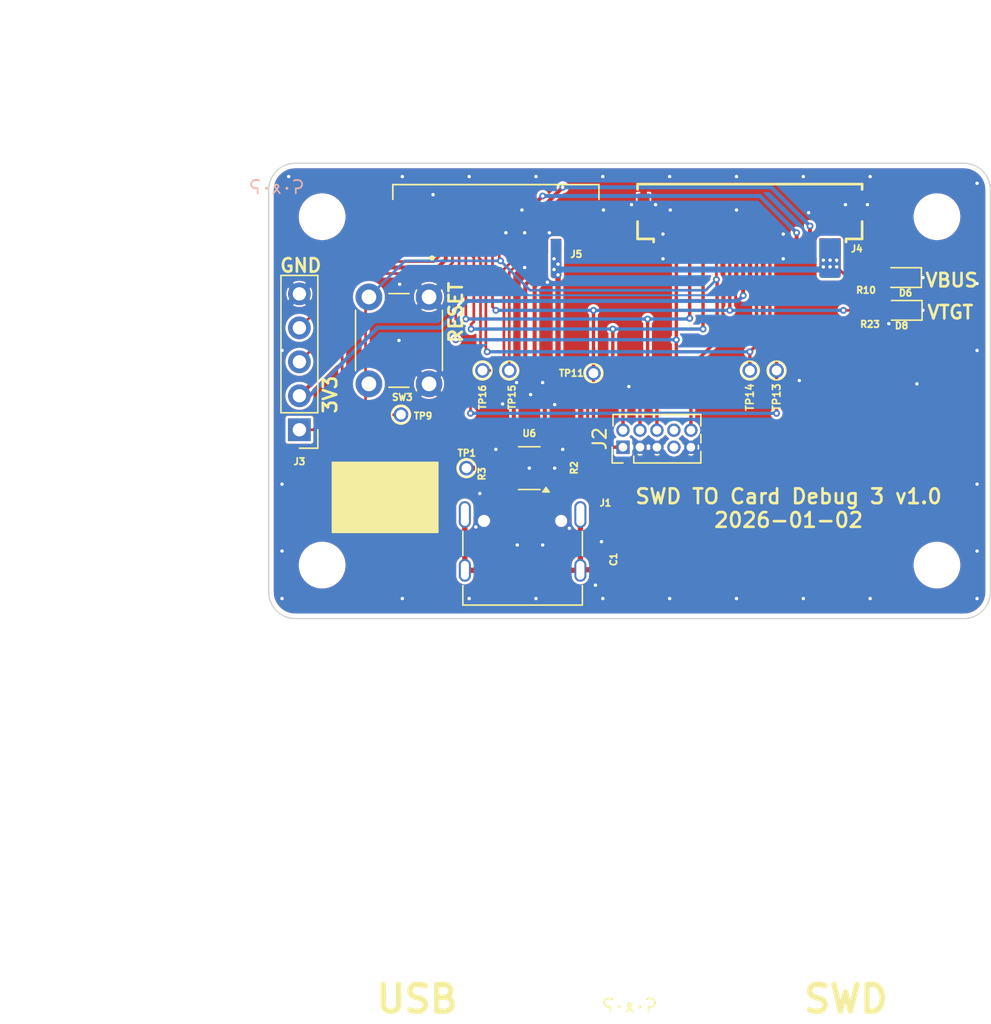
<source format=kicad_pcb>
(kicad_pcb (version 20241229) (generator "pcbnew") (generator_version "9.0")
  (title_block (title "Card Debug Board") (date "2026-01-02") (rev "1.0") (company "Portland State Aerosapce Society"))
  (layers (0 "F.Cu" signal) (2 "B.Cu" signal) (13 "F.Paste" user) (15 "B.Paste" user) (5 "F.SilkS" user "F.Silkscreen") (7 "B.SilkS" user "B.Silkscreen") (1 "F.Mask" user) (3 "B.Mask" user) (25 "Edge.Cuts" user))
  (net 0 "")
  (net 1 "GND")
  (net 2 "Net-(J2-SWO{slash}TDO)")
  (net 4 "/DEBUG0{slash}5VUSBHOST")
  (net 6 "/DBG1{slash}SM3V3")
  (net 7 "Net-(D6-A)")
  (net 8 "/VTARGET")
  (net 9 "/CARD_TX")
  (net 10 "/CARD_USB_DM")
  (net 11 "/CARD_USB_DP")
  (net 12 "/NRESET")
  (net 13 "/SWDCLK")
  (net 14 "/CARD_RX")
  (net 15 "/SWDIO")
  (net 16 "VBUS1")
  (net 17 "/DEBUG2")
  (net 18 "/DEBUG3")
  (net 19 "Net-(J1-SHIELD)")
  (net 20 "Net-(J1-CC2)")
  (net 23 "Net-(J1-CC1)")
  (net 24 "Net-(J5-HOST-D+)")
  (net 25 "Net-(J5-HOST-D-)")
  (net 26 "Net-(J1-D--PadA7)")
  (net 27 "Net-(J1-D+-PadA6)")
  (net 28 "Net-(D8-A)")
  (footprint "Button_Switch_THT:SW_PUSH_6mm" (layer "F.Cu") (at 158 56 -90)
    (property "Reference" "SW3" (at 7.5 2 180) (layer "F.SilkS") (effects (font (size 0.5 0.5) (thickness 0.125))))
    (property "Value" "B3F-1000")
    (fp_line (start 1 5.5) (end 5.5 5.5) (stroke (width 0.12)) (layer "F.SilkS"))
    (fp_line (start 6.75 3) (end 6.75 1.5) (stroke (width 0.12)) (layer "F.SilkS"))
    (fp_line (start -0.25 1.5) (end -0.25 3) (stroke (width 0.12)) (layer "F.SilkS"))
    (fp_line (start 5.5 -1) (end 1 -1) (stroke (width 0.12)) (layer "F.SilkS"))
    (pad "1" thru_hole circle (at 0 0) (size 2 2) (drill 1.1) (layers "*.Cu" "*.Mask") (net 1 "GND"))
    (pad "1" thru_hole circle (at 6.5 0) (size 2 2) (drill 1.1) (layers "*.Cu" "*.Mask") (net 1 "GND"))
    (pad "2" thru_hole circle (at 0 4.5) (size 2 2) (drill 1.1) (layers "*.Cu" "*.Mask") (net 12 "/NRESET"))
    (pad "2" thru_hole circle (at 6.5 4.5) (size 2 2) (drill 1.1) (layers "*.Cu" "*.Mask") (net 12 "/NRESET"))
  )
  (footprint "oresat-misc:TestPoint-MinTH" (layer "F.Cu") (at 182 61.5)
    (property "Reference" "TP14" (at 0 2 90) (layer "F.SilkS") (effects (font (size 0.56 0.56) (thickness 0.125))))
    (property "Value" "TestPoint-MinTH" (hide yes))
    (fp_circle (center 0 0) (end 0.7 0) (stroke (width 0.12)) (fill no) (layer "F.SilkS"))
    (pad "1" thru_hole circle (at 0 0) (size 1.1 1.1) (drill 0.7366) (property pad_prop_testpoint) (layers "*.Cu" "*.Mask") (net 14 "/CARD_RX"))
  )
  (footprint "oresat-misc:TestPoint-MinTH" (layer "F.Cu") (at 155.9 64.8 -90)
    (property "Reference" "TP9" (at 0.1 -1.65 0) (layer "F.SilkS") (effects (font (size 0.5 0.5) (thickness 0.5))))
    (property "Value" "TestPoint-MinTH" (hide yes))
    (fp_circle (center 0 0) (end 0.7 0) (stroke (width 0.12)) (fill no) (layer "F.SilkS"))
    (pad "1" thru_hole circle (at 0 0 270) (size 1.1 1.1) (drill 0.7366) (property pad_prop_testpoint) (layers "*.Cu" "*.Mask") (net 12 "/NRESET"))
  )
  (footprint "oresat-connectors:J-JST-SM14BSHLSTF" (layer "F.Cu") (at 182 49.9 180)
    (property "Reference" "J4" (at -8 -2.5 0) (layer "F.SilkS") (effects (font (size 0.5 0.5) (thickness 0.125) (bold yes))))
    (property "Value" "5040501291" (hide yes))
    (fp_line (start 8.4 2.337) (end 8.4 1.937) (stroke (width 0.2)) (layer "F.SilkS"))
    (fp_line (start 8.4 -0.463) (end 8.4 -1.762) (stroke (width 0.2)) (layer "F.SilkS"))
    (fp_line (start 8.4 -1.762) (end 7.2 -1.762) (stroke (width 0.2)) (layer "F.SilkS"))
    (fp_line (start 7.2 -1.762) (end 7.2 -1.994) (stroke (width 0.2)) (layer "F.SilkS"))
    (fp_line (start -6.5 -3.35) (end -6.5 -3.35) (stroke (width 0.1)) (layer "F.SilkS"))
    (fp_line (start -6.5 -3.45) (end -6.5 -3.45) (stroke (width 0.1)) (layer "F.SilkS"))
    (fp_line (start -7.2 -1.762) (end -7.2 -1.994) (stroke (width 0.2)) (layer "F.SilkS"))
    (fp_line (start -8.4 2.337) (end 8.4 2.337) (stroke (width 0.2)) (layer "F.SilkS"))
    (fp_line (start -8.4 1.937) (end -8.4 2.337) (stroke (width 0.2)) (layer "F.SilkS"))
    (fp_line (start -8.4 -0.463) (end -8.4 -1.762) (stroke (width 0.2)) (layer "F.SilkS"))
    (fp_line (start -8.4 -1.762) (end -7.2 -1.762) (stroke (width 0.2)) (layer "F.SilkS"))
    (fp_arc (start -6.5 -3.35) (mid -6.55 -3.4) (end -6.5 -3.45) (stroke (width 0.1)) (layer "F.SilkS"))
    (fp_arc (start -6.5 -3.45) (mid -6.45 -3.4) (end -6.5 -3.35) (stroke (width 0.1)) (layer "F.SilkS"))
    (pad "1" smd rect (at -6.5 -2.337 180) (size 0.6 1.25) (layers "F.Cu" "F.Mask" "F.Paste") (net 16 "VBUS1"))
    (pad "2" smd rect (at -5.5 -2.337 180) (size 0.6 1.25) (layers "F.Cu" "F.Mask" "F.Paste") (net 16 "VBUS1"))
    (pad "3" smd rect (at -4.5 -2.337 180) (size 0.6 1.25) (layers "F.Cu" "F.Mask" "F.Paste") (net 11 "/CARD_USB_DP"))
    (pad "4" smd rect (at -3.5 -2.337 180) (size 0.6 1.25) (layers "F.Cu" "F.Mask" "F.Paste") (net 10 "/CARD_USB_DM"))
    (pad "5" smd rect (at -2.5 -2.337 180) (size 0.6 1.25) (layers "F.Cu" "F.Mask" "F.Paste") (net 1 "GND"))
    (pad "6" smd rect (at -1.5 -2.337 180) (size 0.6 1.25) (layers "F.Cu" "F.Mask" "F.Paste") (net 9 "/CARD_TX"))
    (pad "7" smd rect (at -0.5 -2.337 180) (size 0.6 1.25) (layers "F.Cu" "F.Mask" "F.Paste") (net 14 "/CARD_RX"))
    (pad "8" smd rect (at 0.5 -2.337 180) (size 0.6 1.25) (layers "F.Cu" "F.Mask" "F.Paste") (net 6 "/DBG1{slash}SM3V3"))
    (pad "9" smd rect (at 1.5 -2.337 180) (size 0.6 1.25) (layers "F.Cu" "F.Mask" "F.Paste") (net 8 "/VTARGET"))
    (pad "10" smd rect (at 2.5 -2.337 180) (size 0.6 1.25) (layers "F.Cu" "F.Mask" "F.Paste") (net 12 "/NRESET"))
    (pad "11" smd rect (at 3.5 -2.337 180) (size 0.6 1.25) (layers "F.Cu" "F.Mask" "F.Paste") (net 15 "/SWDIO"))
    (pad "12" smd rect (at 4.5 -2.337 180) (size 0.6 1.25) (layers "F.Cu" "F.Mask" "F.Paste") (net 13 "/SWDCLK"))
    (pad "13" smd rect (at 5.5 -2.337 180) (size 0.6 1.25) (layers "F.Cu" "F.Mask" "F.Paste") (net 2 "Net-(J2-SWO{slash}TDO)"))
    (pad "14" smd rect (at 6.5 -2.337 180) (size 0.6 1.25) (layers "F.Cu" "F.Mask" "F.Paste") (net 1 "GND"))
    (pad "15" smd rect (at -7.95 0.787 180) (size 0.9 1.7) (layers "F.Cu" "F.Mask" "F.Paste") (net 1 "GND"))
    (pad "16" smd rect (at 7.95 0.787 180) (size 0.9 1.7) (layers "F.Cu" "F.Mask" "F.Paste") (net 1 "GND"))
  )
  (footprint "MountingHole:MountingHole_3.2mm_M3" (layer "F.Cu") (at 150 50)
    (property "Reference" "H1" (hide yes))
    (property "Value" "MountingHole" (hide yes))
    (pad "" np_thru_hole circle (at 0 0) (size 3.2 3.2) (drill 3.2) (layers "*.Cu" "*.Mask"))
  )
  (footprint "LED_SMD:LED_0603_1608Metric" (layer "F.Cu") (at 193.4 57 180)
    (property "Reference" "D8" (at 0.05 -1.15 0) (layer "F.SilkS") (effects (font (size 0.5 0.5) (thickness 0.125) (bold yes))))
    (property "Value" "GRN")
    (fp_line (start 0.8 -0.735) (end -1.485 -0.735) (stroke (width 0.12)) (layer "F.SilkS"))
    (fp_line (start -1.485 0.735) (end 0.8 0.735) (stroke (width 0.12)) (layer "F.SilkS"))
    (fp_line (start -1.485 -0.735) (end -1.485 0.735) (stroke (width 0.12)) (layer "F.SilkS"))
    (pad "1" smd roundrect (at -0.7875 0 180) (size 0.875 0.95) (layers "F.Cu" "F.Mask" "F.Paste") (net 1 "GND"))
    (pad "2" smd roundrect (at 0.7875 0 180) (size 0.875 0.95) (layers "F.Cu" "F.Mask" "F.Paste") (net 28 "Net-(D8-A)"))
  )
  (footprint "LED_SMD:LED_0603_1608Metric" (layer "F.Cu") (at 193.35 54.55 180)
    (property "Reference" "D6" (at -0.3 -1.15 0) (layer "F.SilkS") (effects (font (size 0.5 0.5) (thickness 0.125) (bold yes))))
    (property "Value" "GRN")
    (fp_line (start 0.8 -0.735) (end -1.485 -0.735) (stroke (width 0.12)) (layer "F.SilkS"))
    (fp_line (start -1.485 0.735) (end 0.8 0.735) (stroke (width 0.12)) (layer "F.SilkS"))
    (fp_line (start -1.485 -0.735) (end -1.485 0.735) (stroke (width 0.12)) (layer "F.SilkS"))
    (pad "1" smd roundrect (at -0.7875 0 180) (size 0.875 0.95) (layers "F.Cu" "F.Mask" "F.Paste") (net 1 "GND"))
    (pad "2" smd roundrect (at 0.7875 0 180) (size 0.875 0.95) (layers "F.Cu" "F.Mask" "F.Paste") (net 7 "Net-(D6-A)"))
  )
  (footprint "MountingHole:MountingHole_3.2mm_M3" (layer "F.Cu") (at 196 50)
    (property "Reference" "H2" (hide yes))
    (property "Value" "MountingHole" (hide yes))
    (pad "" np_thru_hole circle (at 0 0) (size 3.2 3.2) (drill 3.2) (layers "*.Cu" "*.Mask"))
  )
  (footprint "oresat-misc:TestPoint-MinTH" (layer "F.Cu") (at 170.3 61.7 -90)
    (property "Reference" "TP11" (at 0 1.65 0) (layer "F.SilkS") (effects (font (size 0.5 0.5) (thickness 0.5))))
    (property "Value" "TestPoint-MinTH" (hide yes))
    (fp_circle (center 0 0) (end 0.7 0) (stroke (width 0.12)) (fill no) (layer "F.SilkS"))
    (pad "1" thru_hole circle (at 0 0 270) (size 1.1 1.1) (drill 0.7366) (property pad_prop_testpoint) (layers "*.Cu" "*.Mask") (net 8 "/VTARGET"))
  )
  (footprint "oresat-passives:0603-C-NOSILK" (layer "F.Cu") (at 168 68.8 90)
    (property "Reference" "R2" (at -0.55 1.15 90) (layer "F.SilkS") (effects (font (size 0.5 0.5) (thickness 0.125)) (justify left bottom)))
    (property "Value" "5.1k")
    (pad "1" smd roundrect (at -0.7 0 90) (size 0.6 0.9) (layers "F.Cu" "F.Paste") (net 20 "Net-(J1-CC2)"))
    (pad "2" smd roundrect (at 0.7 0 90) (size 0.6 0.9) (layers "F.Cu" "F.Paste") (net 1 "GND"))
  )
  (footprint "oresat-passives:0603-C-NOSILK" (layer "F.Cu") (at 170.9 75.7 90)
    (property "Reference" "C1" (at -0.5 1.2 90) (layer "F.SilkS") (effects (font (size 0.5 0.5) (thickness 0.125)) (justify left bottom)))
    (property "Value" "100n")
    (pad "1" smd roundrect (at -0.7 0 90) (size 0.6 0.9) (layers "F.Cu" "F.Paste") (net 19 "Net-(J1-SHIELD)"))
    (pad "2" smd roundrect (at 0.7 0 90) (size 0.6 0.9) (layers "F.Cu" "F.Paste") (net 1 "GND"))
  )
  (footprint "oresat-passives:0603-C-NOSILK" (layer "F.Cu") (at 163 68.8 90)
    (property "Reference" "R3" (at -1 -0.75 90) (layer "F.SilkS") (effects (font (size 0.5 0.5) (thickness 0.125)) (justify left bottom)))
    (property "Value" "5.1k")
    (pad "1" smd roundrect (at -0.7 0 90) (size 0.6 0.9) (layers "F.Cu" "F.Paste") (net 23 "Net-(J1-CC1)"))
    (pad "2" smd roundrect (at 0.7 0 90) (size 0.6 0.9) (layers "F.Cu" "F.Paste") (net 1 "GND"))
  )
  (footprint "oresat-misc:TestPoint-MinTH" (layer "F.Cu") (at 162 61.5 90)
    (property "Reference" "TP16" (at -2 0 90) (layer "F.SilkS") (effects (font (size 0.5 0.5) (thickness 0.125))))
    (property "Value" "TestPoint-MinTH" (hide yes))
    (fp_circle (center 0 0) (end 0.7 0) (stroke (width 0.12)) (fill no) (layer "F.SilkS"))
    (pad "1" thru_hole circle (at 0 0 90) (size 1.1 1.1) (drill 0.7366) (property pad_prop_testpoint) (layers "*.Cu" "*.Mask") (net 25 "Net-(J5-HOST-D-)"))
  )
  (footprint "MountingHole:MountingHole_3.2mm_M3" (layer "F.Cu") (at 196 76.05)
    (property "Reference" "H4" (hide yes))
    (property "Value" "MountingHole" (hide yes))
    (pad "" np_thru_hole circle (at 0 0) (size 3.2 3.2) (drill 3.2) (layers "*.Cu" "*.Mask"))
  )
  (footprint "oresat-passives:0603-C-NOSILK" (layer "F.Cu") (at 190.8 57 180)
    (property "Reference" "R23" (at -1 -0.75 0) (layer "F.SilkS") (effects (font (size 0.5 0.5) (thickness 0.125)) (justify right top)))
    (property "Value" "5.1k")
    (pad "1" smd roundrect (at -0.7 0 180) (size 0.6 0.9) (layers "F.Cu" "F.Paste") (net 28 "Net-(D8-A)"))
    (pad "2" smd roundrect (at 0.7 0 180) (size 0.6 0.9) (layers "F.Cu" "F.Paste") (net 8 "/VTARGET"))
  )
  (footprint "Connector_USB:USB_C_Receptacle_Palconn_UTC16-G" (layer "F.Cu") (at 165 74.2)
    (property "Reference" "J1" (at 6.2 -2.8 0) (layer "F.SilkS") (effects (font (size 0.5 0.5) (thickness 0.125))))
    (property "Value" "USB4105-GF-A" (hide yes))
    (fp_line (start -4.47 -0.67) (end -4.47 1.13) (stroke (width 0.12)) (layer "F.SilkS"))
    (fp_line (start -4.47 4.84) (end -4.47 3.38) (stroke (width 0.12)) (layer "F.SilkS"))
    (fp_line (start 4.47 -0.67) (end 4.47 1.13) (stroke (width 0.12)) (layer "F.SilkS"))
    (fp_line (start 4.47 4.84) (end -4.47 4.84) (stroke (width 0.12)) (layer "F.SilkS"))
    (fp_line (start 4.47 4.84) (end 4.47 3.38) (stroke (width 0.12)) (layer "F.SilkS"))
    (pad "" np_thru_hole circle (at -2.89 -1.45 180) (size 0.6 0.6) (drill 0.6) (layers "*.Cu" "*.Mask"))
    (pad "" np_thru_hole circle (at 2.89 -1.45 180) (size 0.6 0.6) (drill 0.6) (layers "*.Cu" "*.Mask"))
    (pad "A1" smd rect (at -3.2 -2.51) (size 0.6 1.16) (layers "F.Cu" "F.Mask" "F.Paste") (net 1 "GND"))
    (pad "A4" smd rect (at -2.4 -2.51) (size 0.6 1.16) (layers "F.Cu" "F.Mask" "F.Paste") (net 16 "VBUS1"))
    (pad "A5" smd rect (at -1.25 -2.51 180) (size 0.3 1.16) (layers "F.Cu" "F.Mask" "F.Paste") (net 23 "Net-(J1-CC1)"))
    (pad "A6" smd rect (at -0.25 -2.51 180) (size 0.3 1.16) (layers "F.Cu" "F.Mask" "F.Paste") (net 27 "Net-(J1-D+-PadA6)"))
    (pad "A7" smd rect (at 0.25 -2.51 180) (size 0.3 1.16) (layers "F.Cu" "F.Mask" "F.Paste") (net 26 "Net-(J1-D--PadA7)"))
    (pad "A8" smd rect (at 1.25 -2.51 180) (size 0.3 1.16) (layers "F.Cu" "F.Mask" "F.Paste"))
    (pad "A9" smd rect (at 2.4 -2.51) (size 0.6 1.16) (layers "F.Cu" "F.Mask" "F.Paste") (net 16 "VBUS1"))
    (pad "A12" smd rect (at 3.2 -2.51) (size 0.6 1.16) (layers "F.Cu" "F.Mask" "F.Paste") (net 1 "GND"))
    (pad "B1" smd rect (at 3.2 -2.51) (size 0.6 1.16) (layers "F.Cu" "F.Mask" "F.Paste") (net 1 "GND"))
    (pad "B4" smd rect (at 2.4 -2.51) (size 0.6 1.16) (layers "F.Cu" "F.Mask" "F.Paste") (net 16 "VBUS1"))
    (pad "B5" smd rect (at 1.75 -2.51 180) (size 0.3 1.16) (layers "F.Cu" "F.Mask" "F.Paste") (net 20 "Net-(J1-CC2)"))
    (pad "B6" smd rect (at 0.75 -2.51 180) (size 0.3 1.16) (layers "F.Cu" "F.Mask" "F.Paste") (net 27 "Net-(J1-D+-PadA6)"))
    (pad "B7" smd rect (at -0.75 -2.51 180) (size 0.3 1.16) (layers "F.Cu" "F.Mask" "F.Paste") (net 26 "Net-(J1-D--PadA7)"))
    (pad "B8" smd rect (at -1.75 -2.51 180) (size 0.3 1.16) (layers "F.Cu" "F.Mask" "F.Paste"))
    (pad "B9" smd rect (at -2.4 -2.51) (size 0.6 1.16) (layers "F.Cu" "F.Mask" "F.Paste") (net 16 "VBUS1"))
    (pad "B12" smd rect (at -3.2 -2.51) (size 0.6 1.16) (layers "F.Cu" "F.Mask" "F.Paste") (net 1 "GND"))
    (pad "S1" thru_hole oval (at -4.32 -1.93 90) (size 2 0.9) (drill oval 1.7 0.6) (property pad_prop_heatsink) (layers "*.Cu" "*.Mask") (net 19 "Net-(J1-SHIELD)"))
    (pad "S1" thru_hole oval (at -4.32 2.24 90) (size 1.7 0.9) (drill oval 1.4 0.6) (property pad_prop_heatsink) (layers "*.Cu" "*.Mask") (net 19 "Net-(J1-SHIELD)"))
    (pad "S1" thru_hole oval (at 4.32 -1.93 90) (size 2 0.9) (drill oval 1.7 0.6) (property pad_prop_heatsink) (layers "*.Cu" "*.Mask") (net 19 "Net-(J1-SHIELD)"))
    (pad "S1" thru_hole oval (at 4.32 2.24 90) (size 1.7 0.9) (drill oval 1.4 0.6) (property pad_prop_heatsink) (layers "*.Cu" "*.Mask") (net 19 "Net-(J1-SHIELD)"))
  )
  (footprint "oresat-misc:TestPoint-MinTH" (layer "F.Cu") (at 160.8 68.8)
    (property "Reference" "TP1" (at 0.025 -1.125 0) (layer "F.SilkS") (effects (font (size 0.5 0.5) (thickness 0.5))))
    (property "Value" "TestPoint-MinTH" (hide yes))
    (fp_circle (center 0 0) (end 0.7 0) (stroke (width 0.12)) (fill no) (layer "F.SilkS"))
    (pad "1" thru_hole circle (at 0 0) (size 1.1 1.1) (drill 0.7366) (property pad_prop_testpoint) (layers "*.Cu" "*.Mask") (net 16 "VBUS1"))
  )
  (footprint "oresat-misc:TestPoint-MinTH" (layer "F.Cu") (at 164 61.5)
    (property "Reference" "TP15" (at 0.2 2 90) (layer "F.SilkS") (effects (font (size 0.5 0.5) (thickness 0.125))))
    (property "Value" "TestPoint-MinTH" (hide yes))
    (fp_circle (center 0 0) (end 0.7 0) (stroke (width 0.12)) (fill no) (layer "F.SilkS"))
    (pad "1" thru_hole circle (at 0 0) (size 1.1 1.1) (drill 0.7366) (property pad_prop_testpoint) (layers "*.Cu" "*.Mask") (net 24 "Net-(J5-HOST-D+)"))
  )
  (footprint "oresat-misc:TestPoint-MinTH" (layer "F.Cu") (at 184 61.5)
    (property "Reference" "TP13" (at 0 2 90) (layer "F.SilkS") (effects (font (size 0.56 0.56) (thickness 0.125))))
    (property "Value" "TestPoint-MinTH" (hide yes))
    (fp_circle (center 0 0) (end 0.7 0) (stroke (width 0.12)) (fill no) (layer "F.SilkS"))
    (pad "1" thru_hole circle (at 0 0) (size 1.1 1.1) (drill 0.7366) (property pad_prop_testpoint) (layers "*.Cu" "*.Mask") (net 9 "/CARD_TX"))
  )
  (footprint "oresat-passives:0603-C-NOSILK" (layer "F.Cu") (at 190.75 54.55 180)
    (property "Reference" "R10" (at -0.75 -0.65 0) (layer "F.SilkS") (effects (font (size 0.5 0.5) (thickness 0.125)) (justify right top)))
    (property "Value" "5.1k")
    (pad "1" smd roundrect (at -0.7 0 180) (size 0.6 0.9) (layers "F.Cu" "F.Paste") (net 7 "Net-(D6-A)"))
    (pad "2" smd roundrect (at 0.7 0 180) (size 0.6 0.9) (layers "F.Cu" "F.Paste") (net 16 "VBUS1"))
  )
  (footprint "MountingHole:MountingHole_3.2mm_M3" (layer "F.Cu") (at 150 76.05)
    (property "Reference" "H3" (hide yes))
    (property "Value" "MountingHole" (hide yes))
    (pad "" np_thru_hole circle (at 0 0) (size 3.2 3.2) (drill 3.2) (layers "*.Cu" "*.Mask"))
  )
  (footprint "Connector_PinHeader_2.54mm:PinHeader_1x05_P2.54mm_Vertical" (layer "F.Cu") (at 148.3 65.93 180)
    (property "Reference" "J3" (at 0 -2.38 0) (layer "F.SilkS") (effects (font (size 0.5 0.5) (thickness 0.125))))
    (property "Value" "Conn_01x05")
    (fp_line (start 1.38 1.27) (end 1.38 11.54) (stroke (width 0.12)) (layer "F.SilkS"))
    (fp_line (start -1.38 11.54) (end 1.38 11.54) (stroke (width 0.12)) (layer "F.SilkS"))
    (fp_line (start -1.38 1.27) (end 1.38 1.27) (stroke (width 0.12)) (layer "F.SilkS"))
    (fp_line (start -1.38 1.27) (end -1.38 11.54) (stroke (width 0.12)) (layer "F.SilkS"))
    (fp_line (start -1.38 0) (end -1.38 -1.38) (stroke (width 0.12)) (layer "F.SilkS"))
    (fp_line (start -1.38 -1.38) (end 0 -1.38) (stroke (width 0.12)) (layer "F.SilkS"))
    (pad "1" thru_hole rect (at 0 0 180) (size 1.7 1.7) (drill 1) (layers "*.Cu" "*.Mask") (net 4 "/DEBUG0{slash}5VUSBHOST"))
    (pad "2" thru_hole circle (at 0 2.54 180) (size 1.7 1.7) (drill 1) (layers "*.Cu" "*.Mask") (net 6 "/DBG1{slash}SM3V3"))
    (pad "3" thru_hole circle (at 0 5.08 180) (size 1.7 1.7) (drill 1) (layers "*.Cu" "*.Mask") (net 17 "/DEBUG2"))
    (pad "4" thru_hole circle (at 0 7.62 180) (size 1.7 1.7) (drill 1) (layers "*.Cu" "*.Mask") (net 18 "/DEBUG3"))
    (pad "5" thru_hole circle (at 0 10.16 180) (size 1.7 1.7) (drill 1) (layers "*.Cu" "*.Mask") (net 1 "GND"))
  )
  (footprint "Package_SO:TSOP-6_1.65x3.05mm_P0.95mm" (layer "F.Cu") (at 165.5 68.8 180)
    (property "Reference" "U6" (at 0 2.6 0) (layer "F.SilkS") (effects (font (size 0.5 0.5) (thickness 0.125))))
    (property "Value" "IP4234CZ6,125" (hide yes))
    (fp_line (start -0.8 1.6) (end 0.8 1.6) (stroke (width 0.12)) (layer "F.SilkS"))
    (fp_line (start -0.8 -1.6) (end 0.8 -1.6) (stroke (width 0.12)) (layer "F.SilkS"))
    (fp_poly (pts (xy -1.25 -1.45) (xy -1.49 -1.78) (xy -1.01 -1.78) (xy -1.25 -1.45)) (stroke (width 0.12)) (fill yes) (layer "F.SilkS"))
    (pad "1" smd rect (at -1.16 -0.95 180) (size 0.7 0.51) (layers "F.Cu" "F.Mask" "F.Paste") (net 27 "Net-(J1-D+-PadA6)"))
    (pad "2" smd rect (at -1.16 0 180) (size 0.7 0.51) (layers "F.Cu" "F.Mask" "F.Paste") (net 1 "GND"))
    (pad "3" smd rect (at -1.16 0.95 180) (size 0.7 0.51) (layers "F.Cu" "F.Mask" "F.Paste") (net 11 "/CARD_USB_DP"))
    (pad "4" smd rect (at 1.16 0.95 180) (size 0.7 0.51) (layers "F.Cu" "F.Mask" "F.Paste") (net 10 "/CARD_USB_DM"))
    (pad "5" smd rect (at 1.16 0 180) (size 0.7 0.51) (layers "F.Cu" "F.Mask" "F.Paste") (net 16 "VBUS1"))
    (pad "6" smd rect (at 1.16 -0.95 180) (size 0.7 0.51) (layers "F.Cu" "F.Mask" "F.Paste") (net 26 "Net-(J1-D--PadA7)"))
  )
  (footprint "Connector_PinHeader_1.27mm:PinHeader_2x05_P1.27mm_Vertical" (layer "F.Cu") (at 172.51 67.235 90)
    (property "Reference" "J2" (at 0.635 -1.745 90) (layer "F.SilkS"))
    (property "Value" "Conn_ARM_JTAG_SWD_10")
    (fp_line (start -1.18 -0.81) (end 0 -0.81) (stroke (width 0.12)) (layer "F.SilkS"))
    (fp_line (start 2.45 -0.745) (end 2.45 5.825) (stroke (width 0.12)) (layer "F.SilkS"))
    (fp_line (start 1.587923 -0.745) (end 2.45 -0.745) (stroke (width 0.12)) (layer "F.SilkS"))
    (fp_line (start -1.18 0) (end -1.18 -0.81) (stroke (width 0.12)) (layer "F.SilkS"))
    (fp_line (start -1.18 0.81) (end -0.666708 0.81) (stroke (width 0.12)) (layer "F.SilkS"))
    (fp_line (start -1.18 0.81) (end -1.18 5.825) (stroke (width 0.12)) (layer "F.SilkS"))
    (fp_line (start 1.587923 5.825) (end 2.45 5.825) (stroke (width 0.12)) (layer "F.SilkS"))
    (fp_line (start 0.317923 5.825) (end 0.952077 5.825) (stroke (width 0.12)) (layer "F.SilkS"))
    (fp_line (start -1.18 5.825) (end -0.317923 5.825) (stroke (width 0.12)) (layer "F.SilkS"))
    (pad "1" thru_hole rect (at 0 0 90) (size 1 1) (drill 0.65) (layers "*.Cu" "*.Mask") (net 8 "/VTARGET"))
    (pad "2" thru_hole circle (at 1.27 0 90) (size 1 1) (drill 0.65) (layers "*.Cu" "*.Mask") (net 15 "/SWDIO"))
    (pad "3" thru_hole circle (at 0 1.27 90) (size 1 1) (drill 0.65) (layers "*.Cu" "*.Mask") (net 1 "GND"))
    (pad "4" thru_hole circle (at 1.27 1.27 90) (size 1 1) (drill 0.65) (layers "*.Cu" "*.Mask") (net 13 "/SWDCLK"))
    (pad "5" thru_hole circle (at 0 2.54 90) (size 1 1) (drill 0.65) (layers "*.Cu" "*.Mask") (net 1 "GND"))
    (pad "6" thru_hole circle (at 1.27 2.54 90) (size 1 1) (drill 0.65) (layers "*.Cu" "*.Mask") (net 2 "Net-(J2-SWO{slash}TDO)"))
    (pad "7" thru_hole circle (at 0 3.81 90) (size 1 1) (drill 0.65) (layers "*.Cu" "*.Mask"))
    (pad "8" thru_hole circle (at 1.27 3.81 90) (size 1 1) (drill 0.65) (layers "*.Cu" "*.Mask"))
    (pad "9" thru_hole circle (at 0 5.08 90) (size 1 1) (drill 0.65) (layers "*.Cu" "*.Mask") (net 1 "GND"))
    (pad "10" thru_hole circle (at 1.27 5.08 90) (size 1 1) (drill 0.65) (layers "*.Cu" "*.Mask") (net 12 "/NRESET"))
  )
  (footprint "oresat-connectors:J-TE_2-1734592-0_FFC_MIRRORED" (layer "F.Cu") (at 163 50.5)
    (property "Reference" "J5" (at 5.5 2.6 0) (layer "F.SilkS") (effects (font (size 0.508 0.508) (thickness 0.127)) (justify left bottom)))
    (property "Value" "2-1734592-0")
    (fp_line (start -7.71 -2.9) (end -7.71 -1.8) (stroke (width 0.127)) (layer "F.SilkS"))
    (fp_line (start 7.71 -2.9) (end -7.71 -2.9) (stroke (width 0.127)) (layer "F.SilkS"))
    (fp_line (start 7.71 -1.8) (end 7.71 -2.9) (stroke (width 0.127)) (layer "F.SilkS"))
    (fp_circle (center -4.779 2.589) (end -4.679 2.589) (stroke (width 0.2)) (fill no) (layer "F.SilkS"))
    (pad "1" smd rect (at 4.75 1.7 270) (size 1.1 0.3) (layers "F.Cu" "F.Mask" "F.Paste") (net 16 "VBUS1"))
    (pad "2" smd rect (at 4.25 1.7 270) (size 1.1 0.3) (layers "F.Cu" "F.Mask" "F.Paste") (net 16 "VBUS1"))
    (pad "3" smd rect (at 3.75 1.7 270) (size 1.1 0.3) (layers "F.Cu" "F.Mask" "F.Paste") (net 1 "GND"))
    (pad "4" smd rect (at 3.25 1.7 270) (size 1.1 0.3) (layers "F.Cu" "F.Mask" "F.Paste") (net 11 "/CARD_USB_DP"))
    (pad "5" smd rect (at 2.75 1.7 270) (size 1.1 0.3) (layers "F.Cu" "F.Mask" "F.Paste") (net 10 "/CARD_USB_DM"))
    (pad "6" smd rect (at 2.25 1.7 270) (size 1.1 0.3) (layers "F.Cu" "F.Mask" "F.Paste") (net 1 "GND"))
    (pad "7" smd rect (at 1.75 1.7 270) (size 1.1 0.3) (layers "F.Cu" "F.Mask" "F.Paste") (net 24 "Net-(J5-HOST-D+)"))
    (pad "8" smd rect (at 1.25 1.7 270) (size 1.1 0.3) (layers "F.Cu" "F.Mask" "F.Paste") (net 25 "Net-(J5-HOST-D-)"))
    (pad "9" smd rect (at 0.75 1.7 270) (size 1.1 0.3) (layers "F.Cu" "F.Mask" "F.Paste") (net 1 "GND"))
    (pad "10" smd rect (at 0.25 1.7 270) (size 1.1 0.3) (layers "F.Cu" "F.Mask" "F.Paste") (net 12 "/NRESET"))
    (pad "11" smd rect (at -0.25 1.7 270) (size 1.1 0.3) (layers "F.Cu" "F.Mask" "F.Paste") (net 8 "/VTARGET"))
    (pad "12" smd rect (at -0.75 1.7 270) (size 1.1 0.3) (layers "F.Cu" "F.Mask" "F.Paste") (net 14 "/CARD_RX"))
    (pad "13" smd rect (at -1.25 1.7 270) (size 1.1 0.3) (layers "F.Cu" "F.Mask" "F.Paste") (net 9 "/CARD_TX"))
    (pad "14" smd rect (at -1.75 1.7 270) (size 1.1 0.3) (layers "F.Cu" "F.Mask" "F.Paste") (net 15 "/SWDIO"))
    (pad "15" smd rect (at -2.25 1.7 270) (size 1.1 0.3) (layers "F.Cu" "F.Mask" "F.Paste") (net 13 "/SWDCLK"))
    (pad "16" smd rect (at -2.75 1.7 270) (size 1.1 0.3) (layers "F.Cu" "F.Mask" "F.Paste") (net 2 "Net-(J2-SWO{slash}TDO)"))
    (pad "17" smd rect (at -3.25 1.7 270) (size 1.1 0.3) (layers "F.Cu" "F.Mask" "F.Paste") (net 4 "/DEBUG0{slash}5VUSBHOST"))
    (pad "18" smd rect (at -3.75 1.7 270) (size 1.1 0.3) (layers "F.Cu" "F.Mask" "F.Paste") (net 6 "/DBG1{slash}SM3V3"))
    (pad "19" smd rect (at -4.25 1.7 270) (size 1.1 0.3) (layers "F.Cu" "F.Mask" "F.Paste") (net 17 "/DEBUG2"))
    (pad "20" smd rect (at -4.75 1.7 270) (size 1.1 0.3) (layers "F.Cu" "F.Mask" "F.Paste") (net 18 "/DEBUG3"))
    (pad "PAD1" smd rect (at 6.42 0 180) (size 2.3 3.1) (layers "F.Cu" "F.Mask") (net 1 "GND"))
    (pad "PAD2" smd rect (at -6.42 0 180) (size 2.3 3.1) (layers "F.Cu" "F.Mask") (net 1 "GND"))
  )
  (gr_rect (start 150.775 68.375) (end 158.65 73.6) (stroke (width 0.125)) (fill yes) (layer "F.SilkS"))
  (gr_line (start 198 80.05) (end 148 80.05) (stroke (width 0.1)) (layer "Edge.Cuts"))
  (gr_arc (start 148 80.05) (mid 146.585786 79.464214) (end 146 78.05) (stroke (width 0.1)) (layer "Edge.Cuts"))
  (gr_line (start 200 48) (end 200 78.05) (stroke (width 0.1)) (layer "Edge.Cuts"))
  (gr_arc (start 146 48) (mid 146.585786 46.585786) (end 148 46) (stroke (width 0.1)) (layer "Edge.Cuts"))
  (gr_arc (start 198 46) (mid 199.414214 46.585786) (end 200 48) (stroke (width 0.1)) (layer "Edge.Cuts"))
  (gr_line (start 148 46) (end 198 46) (stroke (width 0.1)) (layer "Edge.Cuts"))
  (gr_arc (start 200 78.05) (mid 199.414214 79.464214) (end 198 80.05) (stroke (width 0.1)) (layer "Edge.Cuts"))
  (gr_line (start 146 78.05) (end 146 48) (stroke (width 0.1)) (layer "Edge.Cuts"))
  (gr_text "RESET" (at 160 57.15 90) (layer "F.SilkS") (effects (font (size 1 1) (thickness 0.2) (bold yes))))
  (gr_text "VTGT\n" (at 197 57.15 0) (layer "F.SilkS") (effects (font (size 1 1) (thickness 0.2) (bold yes))))
  (gr_text "GND\n" (at 148.4 53.65 0) (layer "F.SilkS") (effects (font (size 1 1) (thickness 0.2) (bold yes))))
  (gr_text "SWD TO Card Debug 3 v${REVISION}\n${ISSUE_DATE}\n" (at 184.9 71.8 0) (layer "F.SilkS") (effects (font (size 1.1 1.1) (thickness 0.2) (bold yes))))
  (gr_text "USB" (at 157.1 108.5 0) (layer "F.SilkS") (effects (font (size 2 2) (thickness 0.4) (bold yes))))
  (gr_text "ʕ·ᴥ·ʔ﻿" (at 173 109 0) (layer "F.SilkS") (effects (font (size 1 1) (thickness 0.125))))
  (gr_text "VBUS" (at 197.1 54.75 0) (layer "F.SilkS") (effects (font (size 1 1) (thickness 0.2) (bold yes))))
  (gr_text "3V3" (at 150.6 63.3 90) (layer "F.SilkS") (effects (font (size 1 1) (thickness 0.2) (bold yes))))
  (gr_text "SWD" (at 189.2 108.5 0) (layer "F.SilkS") (effects (font (size 2 2) (thickness 0.4) (bold yes))))
  (gr_text "ʕ·ᴥ·ʔ﻿" (at 146.6 47.8 0) (layer "B.SilkS") (effects (font (size 1 1))))
  (via (at 170.9 74.3) (size 0.508) (drill 0.254) (layers "F.Cu" "B.Cu") (net 1))
  (via (at 165.15 51.2) (size 0.508) (drill 0.254) (layers "F.Cu" "B.Cu") (net 1))
  (via (at 155.75 59.25) (size 0.508) (drill 0.254) (layers "F.Cu" "B.Cu") (net 1))
  (via (at 166 78.55) (size 0.508) (drill 0.254) (layers "F.Cu" "B.Cu") (net 1))
  (via (at 191 78.55) (size 0.508) (drill 0.254) (layers "F.Cu" "B.Cu") (net 1))
  (via (at 186 78.55) (size 0.508) (drill 0.254) (layers "F.Cu" "B.Cu") (net 1))
  (via (at 167 51.2) (size 0.508) (drill 0.254) (layers "F.Cu" "B.Cu") (net 1))
  (via (at 166 47) (size 0.508) (drill 0.254) (layers "F.Cu" "B.Cu") (net 1))
  (via (at 199 70) (size 0.508) (drill 0.254) (layers "F.Cu" "B.Cu") (net 1))
  (via (at 175.5 53.15) (size 0.508) (drill 0.254) (layers "F.Cu" "B.Cu") (net 1))
  (via (at 156 78.55) (size 0.508) (drill 0.254) (layers "F.Cu" "B.Cu") (net 1))
  (via (at 185.7 62.25) (size 0.508) (drill 0.254) (layers "F.Cu" "B.Cu") (net 1))
  (via (at 167.4 68.8) (size 0.508) (drill 0.254) (layers "F.Cu" "B.Cu") (net 1))
  (via (at 186.4 49.7) (size 0.508) (drill 0.254) (layers "F.Cu" "B.Cu") (net 1))
  (via (at 168.5 73.3) (size 0.508) (drill 0.254) (layers "F.Cu" "B.Cu") (net 1))
  (via (at 155.8 55.05) (size 0.508) (drill 0.254) (layers "F.Cu" "B.Cu") (net 1))
  (via (at 194.5 62.5) (size 0.508) (drill 0.254) (layers "F.Cu" "B.Cu") (net 1))
  (via (at 181 78.55) (size 0.508) (drill 0.254) (layers "F.Cu" "B.Cu") (net 1))
  (via (at 170.45 77.55) (size 0.508) (drill 0.254) (layers "F.Cu" "B.Cu") (net 1))
  (via (at 199 55) (size 0.508) (drill 0.254) (layers "F.Cu" "B.Cu") (net 1))
  (via (at 163.75 51.2) (size 0.508) (drill 0.254) (layers "F.Cu" "B.Cu") (net 1))
  (via (at 161 47) (size 0.508) (drill 0.254) (layers "F.Cu" "B.Cu") (net 1))
  (via (at 194.95 54.55) (size 0.508) (drill 0.254) (layers "F.Cu" "B.Cu") (net 1))
  (via (at 147 78.55) (size 0.508) (drill 0.254) (layers "F.Cu" "B.Cu") (net 1))
  (via (at 172.95 62.7) (size 0.508) (drill 0.254) (layers "F.Cu" "B.Cu") (net 1))
  (via (at 147 60) (size 0.508) (drill 0.254) (layers "F.Cu" "B.Cu") (net 1))
  (via (at 199 60) (size 0.508) (drill 0.254) (layers "F.Cu" "B.Cu") (net 1))
  (via (at 192.4 58) (size 0.508) (drill 0.254) (layers "F.Cu" "B.Cu") (net 1))
  (via (at 171.05 49.5) (size 0.508) (drill 0.254) (layers "F.Cu" "B.Cu") (net 1))
  (via (at 175.5 51.3) (size 0.508) (drill 0.254) (layers "F.Cu" "B.Cu") (net 1))
  (via (at 158.3 48.35) (size 0.508) (drill 0.254) (layers "F.Cu" "B.Cu") (net 1))
  (via (at 164.95 49.5) (size 0.508) (drill 0.254) (layers "F.Cu" "B.Cu") (net 1))
  (via (at 181 49.5) (size 0.508) (drill 0.254) (layers "F.Cu" "B.Cu") (net 1))
  (via (at 163.5 64) (size 0.508) (drill 0.254) (layers "F.Cu" "B.Cu") (net 1))
  (via (at 199 75) (size 0.508) (drill 0.254) (layers "F.Cu" "B.Cu") (net 1))
  (via (at 147 75) (size 0.508) (drill 0.254) (layers "F.Cu" "B.Cu") (net 1))
  (via (at 147 70) (size 0.508) (drill 0.254) (layers "F.Cu" "B.Cu") (net 1))
  (via (at 166.5 62.4) (size 0.508) (drill 0.254) (layers "F.Cu" "B.Cu") (net 1))
  (via (at 184.5 53.15) (size 0.508) (drill 0.254) (layers "F.Cu" "B.Cu") (net 1))
  (via (at 161.8 70.7) (size 0.508) (drill 0.254) (layers "F.Cu" "B.Cu") (net 1))
  (via (at 165.5 68.8) (size 0.508) (drill 0.254) (layers "F.Cu" "B.Cu") (net 1))
  (via (at 181 47) (size 0.508) (drill 0.254) (layers "F.Cu" "B.Cu") (net 1))
  (via (at 161 78.55) (size 0.508) (drill 0.254) (layers "F.Cu" "B.Cu") (net 1))
  (via (at 164.55 62.4) (size 0.508) (drill 0.254) (layers "F.Cu" "B.Cu") (net 1))
  (via (at 165.15 53.8) (size 0.508) (drill 0.254) (layers "F.Cu" "B.Cu") (net 1))
  (via (at 173.15 49.1) (size 0.508) (drill 0.254) (layers "F.Cu" "B.Cu") (net 1))
  (via (at 165.6 63.3) (size 0.508) (drill 0.254) (layers "F.Cu" "B.Cu") (net 1))
  (via (at 184.5 51.3) (size 0.508) (drill 0.254) (layers "F.Cu" "B.Cu") (net 1))
  (via (at 167.4 64.05) (size 0.508) (drill 0.254) (layers "F.Cu" "B.Cu") (net 1))
  (via (at 161.5 73.2) (size 0.508) (drill 0.254) (layers "F.Cu" "B.Cu") (net 1))
  (via (at 194.95 57) (size 0.508) (drill 0.254) (layers "F.Cu" "B.Cu") (net 1))
  (via (at 164.6 74.55) (size 0.508) (drill 0.254) (layers "F.Cu" "B.Cu") (net 1))
  (via (at 199 47.5) (size 0.508) (drill 0.254) (layers "F.Cu" "B.Cu") (net 1))
  (via (at 163 67.4) (size 0.508) (drill 0.254) (layers "F.Cu" "B.Cu") (net 1))
  (via (at 190.8 49.1) (size 0.508) (drill 0.254) (layers "F.Cu" "B.Cu") (net 1))
  (via (at 176 47) (size 0.508) (drill 0.254) (layers "F.Cu" "B.Cu") (net 1))
  (via (at 189.15 49.1) (size 0.508) (drill 0.254) (layers "F.Cu" "B.Cu") (net 1))
  (via (at 147.5 47) (size 0.508) (drill 0.254) (layers "F.Cu" "B.Cu") (net 1))
  (via (at 199 78.55) (size 0.508) (drill 0.254) (layers "F.Cu" "B.Cu") (net 1))
  (via (at 191 47) (size 0.508) (drill 0.254) (layers "F.Cu" "B.Cu") (net 1))
  (via (at 186 47) (size 0.508) (drill 0.254) (layers "F.Cu" "B.Cu") (net 1))
  (via (at 168 67.4) (size 0.508) (drill 0.254) (layers "F.Cu" "B.Cu") (net 1))
  (via (at 174.95 49.1) (size 0.508) (drill 0.254) (layers "F.Cu" "B.Cu") (net 1))
  (via (at 156 47) (size 0.508) (drill 0.254) (layers "F.Cu" "B.Cu") (net 1))
  (via (at 176.05 49.5) (size 0.508) (drill 0.254) (layers "F.Cu" "B.Cu") (net 1))
  (via (at 166.5 74.55) (size 0.508) (drill 0.254) (layers "F.Cu" "B.Cu") (net 1))
  (via (at 166.85 54.9) (size 0.508) (drill 0.254) (layers "F.Cu" "B.Cu") (net 1))
  (via (at 176 78.55) (size 0.508) (drill 0.254) (layers "F.Cu" "B.Cu") (net 1))
  (via (at 171 78.55) (size 0.508) (drill 0.254) (layers "F.Cu" "B.Cu") (net 1))
  (via (at 171 47) (size 0.508) (drill 0.254) (layers "F.Cu" "B.Cu") (net 1))
  (segment (start 160.25 55.75) (end 160 56) (width 0.2) (layer "F.Cu") (net 2))
  (segment (start 176.5 52.237) (end 176.5 61.5) (width 0.25) (layer "F.Cu") (net 2))
  (segment (start 160 56) (end 160 59.2) (width 0.2) (layer "F.Cu") (net 2))
  (segment (start 160.25 52.2) (end 160.25 55.75) (width 0.2) (layer "F.Cu") (net 2))
  (segment (start 175.05 65.965) (end 175.05 62.95) (width 0.25) (layer "F.Cu") (net 2))
  (segment (start 175.05 62.95) (end 176.5 61.5) (width 0.25) (layer "F.Cu") (net 2))
  (via (at 160 59.2) (size 0.508) (drill 0.254) (layers "F.Cu" "B.Cu") (net 2))
  (via (at 176.5 59.2) (size 0.508) (drill 0.254) (layers "F.Cu" "B.Cu") (net 2))
  (segment (start 160 59.2) (end 176.5 59.2) (width 0.25) (layer "B.Cu") (net 2))
  (segment (start 148.3 65.93) (end 149.32 65.93) (width 0.2) (layer "F.Cu") (net 4))
  (segment (start 153.05 54.25) (end 158.95 54.25) (width 0.2) (layer "F.Cu") (net 4))
  (segment (start 158.95 54.25) (end 159.75 53.45) (width 0.2) (layer "F.Cu") (net 4))
  (segment (start 151.5 63.75) (end 151.5 55.8) (width 0.2) (layer "F.Cu") (net 4))
  (segment (start 151.5 55.8) (end 153.05 54.25) (width 0.2) (layer "F.Cu") (net 4))
  (segment (start 159.75 53.45) (end 159.75 52.2) (width 0.2) (layer "F.Cu") (net 4))
  (segment (start 149.32 65.93) (end 151.5 63.75) (width 0.2) (layer "F.Cu") (net 4))
  (segment (start 150.95 60.74) (end 150.95 55.706224) (width 0.3) (layer "F.Cu") (net 6))
  (segment (start 150.95 55.706224) (end 152.856224 53.8) (width 0.3) (layer "F.Cu") (net 6))
  (segment (start 152.856224 53.8) (end 158.65 53.8) (width 0.3) (layer "F.Cu") (net 6))
  (segment (start 148.3 63.39) (end 150.95 60.74) (width 0.3) (layer "F.Cu") (net 6))
  (segment (start 181.5 52.237) (end 181.5 55.9) (width 0.3) (layer "F.Cu") (net 6))
  (segment (start 159.25 53.2) (end 159.25 52.2) (width 0.3) (layer "F.Cu") (net 6))
  (segment (start 158.65 53.8) (end 159.25 53.2) (width 0.3) (layer "F.Cu") (net 6))
  (via (at 181.5 55.9) (size 0.508) (drill 0.254) (layers "F.Cu" "B.Cu") (net 6))
  (segment (start 154.15 58.3) (end 149.06 63.39) (width 0.3) (layer "B.Cu") (net 6))
  (segment (start 158.85 58.3) (end 154.15 58.3) (width 0.3) (layer "B.Cu") (net 6))
  (segment (start 181.5 55.9) (end 181.1 56.3) (width 0.3) (layer "B.Cu") (net 6))
  (segment (start 181.1 56.3) (end 160.85 56.3) (width 0.3) (layer "B.Cu") (net 6))
  (segment (start 149.06 63.39) (end 148.3 63.39) (width 0.3) (layer "B.Cu") (net 6))
  (segment (start 160.85 56.3) (end 158.85 58.3) (width 0.3) (layer "B.Cu") (net 6))
  (segment (start 191.45 54.55) (end 192.5625 54.55) (width 0.2) (layer "F.Cu") (net 7))
  (segment (start 180.5 57) (end 180.5 52.237) (width 0.25) (layer "F.Cu") (net 8))
  (segment (start 190.1 57) (end 189 57) (width 0.2) (layer "F.Cu") (net 8))
  (segment (start 170.3 61.7) (end 170.3 66.2) (width 0.25) (layer "F.Cu") (net 8))
  (segment (start 163 57) (end 162.75 56.75) (width 0.2) (layer "F.Cu") (net 8))
  (segment (start 171.335 67.235) (end 172.51 67.235) (width 0.25) (layer "F.Cu") (net 8))
  (segment (start 170.3 66.2) (end 171.335 67.235) (width 0.25) (layer "F.Cu") (net 8))
  (segment (start 162.75 56.75) (end 162.75 52.2) (width 0.2) (layer "F.Cu") (net 8))
  (segment (start 170.3 57) (end 170.3 61.7) (width 0.25) (layer "F.Cu") (net 8))
  (via (at 180.5 57) (size 0.508) (drill 0.254) (layers "F.Cu" "B.Cu") (net 8))
  (via (at 163 57) (size 0.508) (drill 0.254) (layers "F.Cu" "B.Cu") (net 8))
  (via (at 189 57) (size 0.508) (drill 0.254) (layers "F.Cu" "B.Cu") (net 8))
  (via (at 170.3 57) (size 0.508) (drill 0.254) (layers "F.Cu" "B.Cu") (net 8))
  (segment (start 170.3 57) (end 180.5 57) (width 0.25) (layer "B.Cu") (net 8))
  (segment (start 180.5 57) (end 189 57) (width 0.25) (layer "B.Cu") (net 8))
  (segment (start 170.3 57) (end 163 57) (width 0.25) (layer "B.Cu") (net 8))
  (segment (start 183.5 52.237) (end 183.5 59.6) (width 0.25) (layer "F.Cu") (net 9))
  (segment (start 161.1 64.7) (end 161.1 60.55) (width 0.2) (layer "F.Cu") (net 9))
  (segment (start 184 60.1) (end 184 61.5) (width 0.25) (layer "F.Cu") (net 9))
  (segment (start 184 64.7) (end 184 61.5) (width 0.25) (layer "F.Cu") (net 9))
  (segment (start 183.5 59.6) (end 184 60.1) (width 0.25) (layer "F.Cu") (net 9))
  (segment (start 161.75 53.1) (end 161.75 52.2) (width 0.2) (layer "F.Cu") (net 9))
  (segment (start 161.85 53.2) (end 161.75 53.1) (width 0.2) (layer "F.Cu") (net 9))
  (segment (start 161.1 60.55) (end 161.85 59.8) (width 0.2) (layer "F.Cu") (net 9))
  (segment (start 161.85 59.8) (end 161.85 53.2) (width 0.2) (layer "F.Cu") (net 9))
  (via (at 161.1 64.7) (size 0.508) (drill 0.254) (layers "F.Cu" "B.Cu") (net 9))
  (via (at 184 64.7) (size 0.508) (drill 0.254) (layers "F.Cu" "B.Cu") (net 9))
  (segment (start 181.6 64.7) (end 184 64.7) (width 0.25) (layer "B.Cu") (net 9))
  (segment (start 181.6 64.7) (end 161.1 64.7) (width 0.25) (layer "B.Cu") (net 9))
  (segment (start 164.34 63.6) (end 165.2 62.74) (width 0.3) (layer "F.Cu") (net 10))
  (segment (start 165.75 54.55) (end 165.75 52.2) (width 0.3) (layer "F.Cu") (net 10))
  (segment (start 185.5 51.2) (end 185.5 52.237) (width 0.3) (layer "F.Cu") (net 10))
  (segment (start 164.34 67.85) (end 164.34 63.6) (width 0.3) (layer "F.Cu") (net 10))
  (segment (start 165.2 62.74) (end 165.2 55.1) (width 0.3) (layer "F.Cu") (net 10))
  (segment (start 165.75 49.2) (end 165.75 52.2) (width 0.3) (layer "F.Cu") (net 10))
  (segment (start 166.5 48.45) (end 165.75 49.2) (width 0.3) (layer "F.Cu") (net 10))
  (segment (start 165.2 55.1) (end 165.75 54.55) (width 0.3) (layer "F.Cu") (net 10))
  (via (at 185.5 51.2) (size 0.508) (drill 0.254) (layers "F.Cu" "B.Cu") (net 10))
  (via (at 166.5 48.45) (size 0.508) (drill 0.254) (layers "F.Cu" "B.Cu") (net 10))
  (segment (start 166.5 48.45) (end 182.75 48.45) (width 0.3) (layer "B.Cu") (net 10))
  (segment (start 182.75 48.45) (end 185.5 51.2) (width 0.3) (layer "B.Cu") (net 10))
  (segment (start 166.66 63.51) (end 165.9 62.75) (width 0.3) (layer "F.Cu") (net 11))
  (segment (start 168 47.8) (end 166.25 49.55) (width 0.3) (layer "F.Cu") (net 11))
  (segment (start 166.25 49.55) (end 166.25 52.2) (width 0.3) (layer "F.Cu") (net 11))
  (segment (start 166.25 54.875) (end 166.25 52.2) (width 0.3) (layer "F.Cu") (net 11))
  (segment (start 166.66 67.85) (end 166.66 63.51) (width 0.3) (layer "F.Cu") (net 11))
  (segment (start 165.9 62.75) (end 165.9 55.225) (width 0.3) (layer "F.Cu") (net 11))
  (segment (start 165.9 55.225) (end 166.25 54.875) (width 0.3) (layer "F.Cu") (net 11))
  (segment (start 186.5 50.7) (end 186.5 52.237) (width 0.3) (layer "F.Cu") (net 11))
  (via (at 186.5 50.7) (size 0.508) (drill 0.254) (layers "F.Cu" "B.Cu") (net 11))
  (via (at 168 47.8) (size 0.508) (drill 0.254) (layers "F.Cu" "B.Cu") (net 11))
  (segment (start 168 47.8) (end 183.6 47.8) (width 0.3) (layer "B.Cu") (net 11))
  (segment (start 183.6 47.8) (end 186.5 50.7) (width 0.3) (layer "B.Cu") (net 11))
  (segment (start 163.35 53.3) (end 163.25 53.2) (width 0.2) (layer "F.Cu") (net 12))
  (segment (start 179.5 54.7) (end 179.5 52.237) (width 0.2) (layer "F.Cu") (net 12))
  (segment (start 155.8875 64.8125) (end 155.9 64.8) (width 0.2) (layer "F.Cu") (net 12))
  (segment (start 153.25 62.3) (end 153.25 55.8) (width 0.2) (layer "F.Cu") (net 12))
  (segment (start 177.59 61.21) (end 179.55 59.25) (width 0.25) (layer "F.Cu") (net 12))
  (segment (start 179.55 59.25) (end 179.55 54.75) (width 0.25) (layer "F.Cu") (net 12))
  (segment (start 163.25 53.2) (end 163.25 52.2) (width 0.2) (layer "F.Cu") (net 12))
  (segment (start 153.25 62.3) (end 153.25 64.8125) (width 0.2) (layer "F.Cu") (net 12))
  (segment (start 179.55 54.75) (end 179.5 54.7) (width 0.1524) (layer "F.Cu") (net 12))
  (segment (start 153.25 64.8125) (end 155.8875 64.8125) (width 0.2) (layer "F.Cu") (net 12))
  (segment (start 177.59 65.965) (end 177.59 61.21) (width 0.25) (layer "F.Cu") (net 12))
  (via (at 163.35 53.3) (size 0.508) (drill 0.254) (layers "F.Cu" "B.Cu") (net 12))
  (via (at 179.5 54.7) (size 0.508) (drill 0.254) (layers "F.Cu" "B.Cu") (net 12))
  (segment (start 163.35 53.3) (end 156.2 53.3) (width 0.2) (layer "B.Cu") (net 12))
  (segment (start 156.2 53.3) (end 153.5 56) (width 0.2) (layer "B.Cu") (net 12))
  (segment (start 178.7 55.5) (end 179.5 54.7) (width 0.2) (layer "B.Cu") (net 12))
  (segment (start 165.55 55.5) (end 178.7 55.5) (width 0.2) (layer "B.Cu") (net 12))
  (segment (start 163.35 53.3) (end 165.55 55.5) (width 0.2) (layer "B.Cu") (net 12))
  (segment (start 173.78 65.965) (end 173.78 63.12) (width 0.25) (layer "F.Cu") (net 13))
  (segment (start 173.78 63.12) (end 174.35 62.55) (width 0.25) (layer "F.Cu") (net 13))
  (segment (start 174.35 62.55) (end 174.35 57.65) (width 0.25) (layer "F.Cu") (net 13))
  (segment (start 160.75 57.65) (end 160.75 52.2) (width 0.2) (layer "F.Cu") (net 13))
  (segment (start 177.5 57.6) (end 177.5 52.237) (width 0.25) (layer "F.Cu") (net 13))
  (via (at 160.75 57.65) (size 0.508) (drill 0.254) (layers "F.Cu" "B.Cu") (net 13))
  (via (at 177.5 57.6) (size 0.508) (drill 0.254) (layers "F.Cu" "B.Cu") (net 13))
  (via (at 174.35 57.65) (size 0.508) (drill 0.254) (layers "F.Cu" "B.Cu") (net 13))
  (segment (start 174.35 57.65) (end 177.45 57.65) (width 0.25) (layer "B.Cu") (net 13))
  (segment (start 177.45 57.65) (end 177.5 57.6) (width 0.25) (layer "B.Cu") (net 13))
  (segment (start 160.75 57.65) (end 174.35 57.65) (width 0.25) (layer "B.Cu") (net 13))
  (segment (start 162.25 52.2) (end 162.25 60) (width 0.2) (layer "F.Cu") (net 14))
  (segment (start 182.5 59.6) (end 182 60.1) (width 0.25) (layer "F.Cu") (net 14))
  (segment (start 182.5 52.237) (end 182.5 59.6) (width 0.25) (layer "F.Cu") (net 14))
  (segment (start 182 60.1) (end 182 61.5) (width 0.25) (layer "F.Cu") (net 14))
  (segment (start 162.25 60) (end 162.35 60.1) (width 0.2) (layer "F.Cu") (net 14))
  (via (at 162.35 60.1) (size 0.508) (drill 0.254) (layers "F.Cu" "B.Cu") (net 14))
  (via (at 182 60.1) (size 0.508) (drill 0.254) (layers "F.Cu" "B.Cu") (net 14))
  (segment (start 162.35 60.1) (end 182 60.1) (width 0.25) (layer "B.Cu") (net 14))
  (segment (start 171.75 58.4) (end 171.75 62.7) (width 0.25) (layer "F.Cu") (net 15))
  (segment (start 171.75 62.7) (end 172.51 63.46) (width 0.25) (layer "F.Cu") (net 15))
  (segment (start 161.35 57.85) (end 161.35 53.05) (width 0.2) (layer "F.Cu") (net 15))
  (segment (start 161.35 53.05) (end 161.25 52.95) (width 0.2) (layer "F.Cu") (net 15))
  (segment (start 178.5 58.4) (end 178.5 52.237) (width 0.25) (layer "F.Cu") (net 15))
  (segment (start 161.25 52.95) (end 161.25 52.2) (width 0.2) (layer "F.Cu") (net 15))
  (segment (start 172.51 63.46) (end 172.51 65.965) (width 0.25) (layer "F.Cu") (net 15))
  (segment (start 161.15 58.05) (end 161.35 57.85) (width 0.2) (layer "F.Cu") (net 15))
  (segment (start 161.15 58.4) (end 161.15 58.05) (width 0.2) (layer "F.Cu") (net 15))
  (via (at 178.5 58.4) (size 0.508) (drill 0.254) (layers "F.Cu" "B.Cu") (net 15))
  (via (at 161.15 58.4) (size 0.508) (drill 0.254) (layers "F.Cu" "B.Cu") (net 15))
  (via (at 171.75 58.4) (size 0.508) (drill 0.254) (layers "F.Cu" "B.Cu") (net 15))
  (segment (start 178.5 58.4) (end 171.75 58.4) (width 0.25) (layer "B.Cu") (net 15))
  (segment (start 161.15 58.4) (end 171.75 58.4) (width 0.25) (layer "B.Cu") (net 15))
  (segment (start 168.95 70.3) (end 169.35 69.9) (width 0.4) (layer "F.Cu") (net 16))
  (segment (start 164.34 68.8) (end 162.1 68.8) (width 0.4) (layer "F.Cu") (net 16))
  (segment (start 167.65 61.35) (end 167.65 54.35) (width 0.4) (layer "F.Cu") (net 16))
  (segment (start 162.6 71.69) (end 162.6 70.6) (width 0.4) (layer "F.Cu") (net 16))
  (segment (start 189.3 54.55) (end 188.5 53.75) (width 0.2) (layer "F.Cu") (net 16))
  (segment (start 162.6 72.3) (end 163.6 73.3) (width 0.4) (layer "F.Cu") (net 16))
  (segment (start 163.6 73.3) (end 166.4 73.3) (width 0.4) (layer "F.Cu") (net 16))
  (segment (start 162.6 71.69) (end 162.6 72.3) (width 0.4) (layer "F.Cu") (net 16))
  (segment (start 162.1 70.1) (end 162.1 68.8) (width 0.4) (layer "F.Cu") (net 16))
  (segment (start 166.4 73.3) (end 167.4 72.3) (width 0.4) (layer "F.Cu") (net 16))
  (segment (start 190.05 54.55) (end 189.3 54.55) (width 0.2) (layer "F.Cu") (net 16))
  (segment (start 162.6 70.6) (end 162.1 70.1) (width 0.4) (layer "F.Cu") (net 16))
  (segment (start 169.35 63.05) (end 167.65 61.35) (width 0.4) (layer "F.Cu") (net 16))
  (segment (start 169.35 69.9) (end 169.35 63.05) (width 0.4) (layer "F.Cu") (net 16))
  (segment (start 167.4 71.69) (end 167.4 70.95) (width 0.4) (layer "F.Cu") (net 16))
  (segment (start 162.1 68.8) (end 160.8 68.8) (width 0.4) (layer "F.Cu") (net 16))
  (segment (start 168.05 70.3) (end 168.95 70.3) (width 0.4) (layer "F.Cu") (net 16))
  (segment (start 167.4 70.95) (end 168.05 70.3) (width 0.4) (layer "F.Cu") (net 16))
  (segment (start 167.4 72.3) (end 167.4 71.69) (width 0.4) (layer "F.Cu") (net 16))
  (via (at 167.35 53.95) (size 0.508) (drill 0.254) (layers "F.Cu" "B.Cu") (net 16))
  (via (at 187.5 53.75) (size 0.508) (drill 0.254) (layers "F.Cu" "B.Cu") (net 16))
  (via (at 188 53.25) (size 0.508) (drill 0.254) (layers "F.Cu" "B.Cu") (net 16))
  (via (at 167.65 54.35) (size 0.508) (drill 0.254) (layers "F.Cu" "B.Cu") (net 16))
  (via (at 187.5 53.25) (size 0.508) (drill 0.254) (layers "F.Cu" "B.Cu") (net 16))
  (via (at 188.5 53.25) (size 0.508) (drill 0.254) (layers "F.Cu" "B.Cu") (net 16))
  (via (at 188.5 53.75) (size 0.508) (drill 0.254) (layers "F.Cu" "B.Cu") (net 16))
  (via (at 167.65 53.55) (size 0.508) (drill 0.254) (layers "F.Cu" "B.Cu") (net 16))
  (via (at 167.35 53.15) (size 0.508) (drill 0.254) (layers "F.Cu" "B.Cu") (net 16))
  (via (at 188 53.75) (size 0.508) (drill 0.254) (layers "F.Cu" "B.Cu") (net 16))
  (segment (start 187.3 53.95) (end 187.5 53.75) (width 0.45) (layer "B.Cu") (net 16))
  (segment (start 167.35 53.95) (end 187.3 53.95) (width 0.45) (layer "B.Cu") (net 16))
  (segment (start 150.45 58.7) (end 150.45 55.4) (width 0.2) (layer "F.Cu") (net 17))
  (segment (start 148.3 60.85) (end 150.45 58.7) (width 0.2) (layer "F.Cu") (net 17))
  (segment (start 150.45 55.4) (end 152.5 53.35) (width 0.2) (layer "F.Cu") (net 17))
  (segment (start 158.35 53.35) (end 158.75 52.95) (width 0.2) (layer "F.Cu") (net 17))
  (segment (start 152.5 53.35) (end 158.35 53.35) (width 0.2) (layer "F.Cu") (net 17))
  (segment (start 158.75 52.95) (end 158.75 52.2) (width 0.2) (layer "F.Cu") (net 17))
  (segment (start 149.85 55.3) (end 149.85 56.76) (width 0.2) (layer "F.Cu") (net 18))
  (segment (start 158.25 52.2) (end 157.95 52.2) (width 0.2) (layer "F.Cu") (net 18))
  (segment (start 149.85 56.76) (end 148.3 58.31) (width 0.2) (layer "F.Cu") (net 18))
  (segment (start 152.3 52.85) (end 149.85 55.3) (width 0.2) (layer "F.Cu") (net 18))
  (segment (start 157.3 52.85) (end 152.3 52.85) (width 0.2) (layer "F.Cu") (net 18))
  (segment (start 157.95 52.2) (end 157.3 52.85) (width 0.2) (layer "F.Cu") (net 18))
  (segment (start 169.36 76.4) (end 169.32 76.44) (width 0.4) (layer "F.Cu") (net 19))
  (segment (start 160.68 76.44) (end 169.32 76.44) (width 0.4) (layer "F.Cu") (net 19))
  (segment (start 169.32 72.27) (end 169.32 76.44) (width 0.4) (layer "F.Cu") (net 19))
  (segment (start 170.9 76.4) (end 169.36 76.4) (width 0.4) (layer "F.Cu") (net 19))
  (segment (start 160.68 72.27) (end 160.68 76.44) (width 0.4) (layer "F.Cu") (net 19))
  (segment (start 167.3 70.3) (end 167.3 69.8) (width 0.2) (layer "F.Cu") (net 20))
  (segment (start 167.3 69.8) (end 167.475 69.625) (width 0.2) (layer "F.Cu") (net 20))
  (segment (start 166.75 70.85) (end 167.3 70.3) (width 0.2) (layer "F.Cu") (net 20))
  (segment (start 166.75 71.69) (end 166.75 70.85) (width 0.2) (layer "F.Cu") (net 20))
  (segment (start 167.475 69.625) (end 168 69.625) (width 0.2) (layer "F.Cu") (net 20))
  (segment (start 163.75 71.69) (end 163.75 70.25) (width 0.2) (layer "F.Cu") (net 23))
  (segment (start 163.525 69.525) (end 163.0524 69.525) (width 0.2) (layer "F.Cu") (net 23))
  (segment (start 163.7 70.2) (end 163.7 69.7) (width 0.2) (layer "F.Cu") (net 23))
  (segment (start 163.75 70.25) (end 163.7 70.2) (width 0.2) (layer "F.Cu") (net 23))
  (segment (start 163.7 69.7) (end 163.525 69.525) (width 0.2) (layer "F.Cu") (net 23))
  (segment (start 164.75 53.4) (end 164.75 52.2) (width 0.2) (layer "F.Cu") (net 24))
  (segment (start 164 54.15) (end 164.75 53.4) (width 0.2) (layer "F.Cu") (net 24))
  (segment (start 164 61.5) (end 164 54.15) (width 0.2) (layer "F.Cu") (net 24))
  (segment (start 163.6 60.65) (end 163.6 53.925) (width 0.2) (layer "F.Cu") (net 25))
  (segment (start 162 61.5) (end 162.75 61.5) (width 0.2) (layer "F.Cu") (net 25))
  (segment (start 164.25 53.275) (end 164.25 52.2) (width 0.2) (layer "F.Cu") (net 25))
  (segment (start 162.75 61.5) (end 163.6 60.65) (width 0.2) (layer "F.Cu") (net 25))
  (segment (start 163.6 53.925) (end 164.25 53.275) (width 0.2) (layer "F.Cu") (net 25))
  (segment (start 164.25 70.95) (end 164.4 70.8) (width 0.3) (layer "F.Cu") (net 26))
  (segment (start 165.15 70.8) (end 165.25 70.9) (width 0.3) (layer "F.Cu") (net 26))
  (segment (start 165.25 70.05) (end 164.95 69.75) (width 0.3) (layer "F.Cu") (net 26))
  (segment (start 164.4 70.8) (end 165.15 70.8) (width 0.3) (layer "F.Cu") (net 26))
  (segment (start 164.95 69.75) (end 164.34 69.75) (width 0.3) (layer "F.Cu") (net 26))
  (segment (start 164.25 71.69) (end 164.25 70.95) (width 0.3) (layer "F.Cu") (net 26))
  (segment (start 165.25 70.9) (end 165.25 70.05) (width 0.3) (layer "F.Cu") (net 26))
  (segment (start 165.25 71.69) (end 165.25 70.9) (width 0.3) (layer "F.Cu") (net 26))
  (segment (start 165.6 72.6) (end 165.75 72.45) (width 0.3) (layer "F.Cu") (net 27))
  (segment (start 165.75 71.69) (end 165.75 70.05) (width 0.3) (layer "F.Cu") (net 27))
  (segment (start 164.9 72.6) (end 165.6 72.6) (width 0.3) (layer "F.Cu") (net 27))
  (segment (start 164.75 71.69) (end 164.75 72.45) (width 0.3) (layer "F.Cu") (net 27))
  (segment (start 165.75 70.05) (end 166.05 69.75) (width 0.3) (layer "F.Cu") (net 27))
  (segment (start 165.75 72.45) (end 165.75 71.69) (width 0.3) (layer "F.Cu") (net 27))
  (segment (start 166.05 69.75) (end 166.66 69.75) (width 0.3) (layer "F.Cu") (net 27))
  (segment (start 164.75 72.45) (end 164.9 72.6) (width 0.3) (layer "F.Cu") (net 27))
  (segment (start 192.6125 57) (end 191.5 57) (width 0.2) (layer "F.Cu") (net 28))
  (zone (net 16) (net_name "VBUS1") (layers "F.Cu" "B.Cu") (priority 1) (connect_pads yes (clearance 0.2)) (min_thickness 0.1524) (fill yes (thermal_gap 0.1524) (thermal_bridge_width 0.5) (smoothing fillet) (radius 0.2))
    (polygon (pts (xy 187.2 51.624651) (xy 188.8 51.624651) (xy 188.8 54.574651) (xy 187.2 54.574651)))
  )
  (zone (net 16) (net_name "VBUS1") (layers "F.Cu" "B.Cu") (priority 1) (connect_pads yes (clearance 0.2)) (min_thickness 0.1524) (fill yes (thermal_gap 0.1524) (thermal_bridge_width 0.5) (smoothing fillet) (radius 0.2))
    (polygon (pts (xy 167.1 51.65) (xy 167.9 51.65) (xy 167.9 54.6) (xy 167.1 54.6)))
  )
  (zone (net 1) (net_name "GND") (layers "F.Cu" "B.Cu") (connect_pads (clearance 0.2)) (min_thickness 0.127) (fill yes (thermal_gap 0.127) (thermal_bridge_width 0.5) (smoothing fillet) (radius 0.2))
    (polygon (pts (xy 146 46) (xy 199.999999 46) (xy 199.999999 80.15) (xy 146 80.15)))
  )
)
</source>
